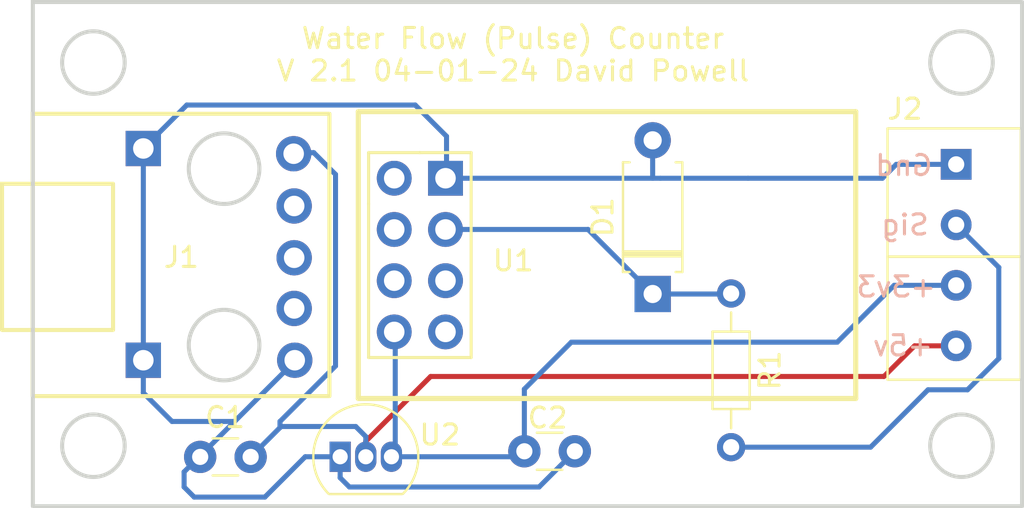
<source format=kicad_pcb>
(kicad_pcb (version 20211014) (generator pcbnew)
  (layers (0 "F.Cu" signal) (31 "B.Cu" signal) (36 "B.SilkS" user "B.Silkscreen") (37 "F.SilkS" user "F.Silkscreen") (38 "B.Mask" user) (39 "F.Mask" user) (44 "Edge.Cuts" user))
  (net 0 "")
  (net 1 "Net-(C1-Pad1)")
  (net 5 "Earth")
  (net 6 "Net-(J2-Pad2)")
  (net 12 "Net-(C2-Pad1)")
  (net 13 "Net-(D1-Pad1)")
  (footprint "Capacitor_THT:C_Disc_D3.0mm_W1.6mm_P2.50mm" (layer "F.Cu") (at 149.3468 122.2758)
    (fp_text reference "C2" (at 1.1484 -1.651) (layer "F.SilkS"))
    (fp_text value "0.1")
    (fp_line (start 0.621 0.92) (end 1.879 0.92) (layer "F.SilkS") (width 0.12))
    (fp_line (start 0.621 -0.92) (end 1.879 -0.92) (layer "F.SilkS") (width 0.12))
    (pad "1" thru_hole circle (at 0 0) (size 1.6 1.6) (drill 0.8) (layers *.Cu *.Mask) (net 12 "Net-(C2-Pad1)"))
    (pad "2" thru_hole circle (at 2.5 0) (size 1.6 1.6) (drill 0.8) (layers *.Cu *.Mask) (net 5 "Earth"))
  )
  (footprint "Resistor_THT:R_Axial_DIN0204_L3.6mm_D1.6mm_P7.62mm_Horizontal" (layer "F.Cu") (at 159.5884 114.4526 -90)
    (fp_text reference "R1" (at 3.81 -1.92 90) (layer "F.SilkS"))
    (fp_text value "1K")
    (fp_line (start 0.94 0) (end 1.89 0) (layer "F.SilkS") (width 0.12))
    (fp_line (start 1.89 0.92) (end 5.73 0.92) (layer "F.SilkS") (width 0.12))
    (fp_line (start 6.68 0) (end 5.73 0) (layer "F.SilkS") (width 0.12))
    (fp_line (start 5.73 0.92) (end 5.73 -0.92) (layer "F.SilkS") (width 0.12))
    (fp_line (start 5.73 -0.92) (end 1.89 -0.92) (layer "F.SilkS") (width 0.12))
    (fp_line (start 1.89 -0.92) (end 1.89 0.92) (layer "F.SilkS") (width 0.12))
    (pad "1" thru_hole circle (at 0 0 270) (size 1.4 1.4) (drill 0.8) (layers *.Cu *.Mask) (net 13 "Net-(D1-Pad1)"))
    (pad "2" thru_hole oval (at 7.62 0 270) (size 1.4 1.4) (drill 0.8) (layers *.Cu *.Mask) (net 6 "Net-(J2-Pad2)"))
  )
  (footprint "Diode_THT:D_A-405_P7.62mm_Horizontal" (layer "F.Cu") (at 155.7022 114.478 90)
    (fp_text reference "D1" (at 3.81 -2.47 90) (layer "F.SilkS"))
    (fp_text value "3v3")
    (fp_line (start 1.09 -1.14) (end 1.09 -1.47) (layer "F.SilkS") (width 0.12))
    (fp_line (start 6.53 1.47) (end 6.53 1.14) (layer "F.SilkS") (width 0.12))
    (fp_line (start 1.09 1.14) (end 1.09 1.47) (layer "F.SilkS") (width 0.12))
    (fp_line (start 1.09 1.47) (end 6.53 1.47) (layer "F.SilkS") (width 0.12))
    (fp_line (start 1.09 -1.47) (end 6.53 -1.47) (layer "F.SilkS") (width 0.12))
    (fp_line (start 2.11 -1.47) (end 2.11 1.47) (layer "F.SilkS") (width 0.12))
    (fp_line (start 1.99 -1.47) (end 1.99 1.47) (layer "F.SilkS") (width 0.12))
    (fp_line (start 6.53 -1.47) (end 6.53 -1.14) (layer "F.SilkS") (width 0.12))
    (fp_line (start 1.87 -1.47) (end 1.87 1.47) (layer "F.SilkS") (width 0.12))
    (pad "1" thru_hole rect (at 0 0 90) (size 1.8 1.8) (drill 0.9) (layers *.Cu *.Mask) (net 13 "Net-(D1-Pad1)"))
    (pad "2" thru_hole oval (at 7.62 0 90) (size 1.8 1.8) (drill 0.9) (layers *.Cu *.Mask) (net 5 "Earth"))
  )
  (footprint "ESP8266:ESP8266-01s" (layer "F.Cu") (at 142.9006 108.7376)
    (fp_text reference "U1" (at 5.8928 4.0894) (layer "F.SilkS"))
    (fp_text value "ESP8266-01s")
    (fp_line (start -1.778 -3.302) (end 22.86 -3.302) (layer "F.SilkS") (width 0.254))
    (fp_line (start 22.86 10.922) (end -1.778 10.922) (layer "F.SilkS") (width 0.254))
    (fp_line (start -1.27 -1.27) (end -1.27 1.27) (layer "F.SilkS") (width 0.1524))
    (fp_line (start -1.27 8.89) (end 3.81 8.89) (layer "F.SilkS") (width 0.1524))
    (fp_line (start -1.778 10.922) (end -1.778 -3.302) (layer "F.SilkS") (width 0.254))
    (fp_line (start 1.27 -1.27) (end -1.27 -1.27) (layer "F.SilkS") (width 0.1524))
    (fp_line (start 3.81 8.89) (end 3.81 -1.27) (layer "F.SilkS") (width 0.1524))
    (fp_line (start 22.86 -3.302) (end 22.86 10.922) (layer "F.SilkS") (width 0.254))
    (fp_line (start 3.81 -1.27) (end 1.27 -1.27) (layer "F.SilkS") (width 0.1524))
    (fp_line (start -1.27 1.27) (end -1.27 8.89) (layer "F.SilkS") (width 0.1524))
    (pad "1" thru_hole rect (at 2.54 0) (size 1.7272 1.7272) (drill 1.016) (layers *.Cu *.Mask) (net 5 "Earth"))
    (pad "2" thru_hole oval (at 0 0) (size 1.7272 1.7272) (drill 1.016) (layers *.Cu *.Mask))
    (pad "3" thru_hole oval (at 2.54 2.54) (size 1.7272 1.7272) (drill 1.016) (layers *.Cu *.Mask) (net 13 "Net-(D1-Pad1)"))
    (pad "4" thru_hole oval (at 0 2.54) (size 1.7272 1.7272) (drill 1.016) (layers *.Cu *.Mask))
    (pad "5" thru_hole oval (at 2.54 5.08) (size 1.7272 1.7272) (drill 1.016) (layers *.Cu *.Mask))
    (pad "6" thru_hole oval (at 0 5.08) (size 1.7272 1.7272) (drill 1.016) (layers *.Cu *.Mask))
    (pad "7" thru_hole oval (at 2.54 7.62) (size 1.7272 1.7272) (drill 1.016) (layers *.Cu *.Mask))
    (pad "8" thru_hole oval (at 0 7.62) (size 1.7272 1.7272) (drill 1.016) (layers *.Cu *.Mask) (net 12 "Net-(C2-Pad1)"))
  )
  (footprint "TerminalBlock:Screw Terminal Block x2 P3mm W685 H660" (layer "F.Cu") (at 170.7374 108.0483 -90)
    (fp_text reference "J2" (at -2.7397 2.5384 unlocked) (layer "F.SilkS"))
    (fp_text value "Screw_Terminal_01x04")
    (fp_rect (start -1.783 -3.2) (end 4.577 3.4) (layer "F.SilkS") (width 0.12) (fill none))
    (fp_rect (start 4.58 -3.2) (end 10.68 3.4) (layer "F.SilkS") (width 0.12) (fill none))
    (pad "1" thru_hole rect (at 0 0 270) (size 1.524 1.524) (drill 0.8) (layers *.Cu *.Mask) (net 5 "Earth"))
    (pad "2" thru_hole circle (at 3 0 270) (size 1.524 1.524) (drill 0.8) (layers *.Cu *.Mask) (net 6 "Net-(J2-Pad2)"))
    (pad "3" thru_hole circle (at 6 0 270) (size 1.524 1.524) (drill 0.8) (layers *.Cu *.Mask) (net 12 "Net-(C2-Pad1)"))
    (pad "4" thru_hole circle (at 9 0 270) (size 1.524 1.524) (drill 0.8) (layers *.Cu *.Mask) (net 1 "Net-(C1-Pad1)"))
  )
  (footprint "Package_TO_SOT_THT:TO-92_Inline" (layer "F.Cu") (at 140.2224 122.5476)
    (fp_text reference "U2" (at 4.9388 -1.0846) (layer "F.SilkS"))
    (fp_text value "MCP1700x-330xxTO")
    (fp_line (start -0.53 1.85) (end 3.07 1.85) (layer "F.SilkS") (width 0.12))
    (fp_arc (start 1.27 -2.6) (mid 3.672087 -0.994977) (end 3.108478 1.838478) (layer "F.SilkS") (width 0.12))
    (fp_arc (start -0.568478 1.838478) (mid -1.132087 -0.994977) (end 1.27 -2.6) (layer "F.SilkS") (width 0.12))
    (pad "1" thru_hole rect (at 0 0) (size 1.05 1.5) (drill 0.75) (layers *.Cu *.Mask) (net 5 "Earth"))
    (pad "2" thru_hole oval (at 1.27 0) (size 1.05 1.5) (drill 0.75) (layers *.Cu *.Mask) (net 1 "Net-(C1-Pad1)"))
    (pad "3" thru_hole oval (at 2.54 0) (size 1.05 1.5) (drill 0.75) (layers *.Cu *.Mask) (net 12 "Net-(C2-Pad1)"))
  )
  (footprint "Capacitor_THT:C_Disc_D3.0mm_W1.6mm_P2.50mm" (layer "F.Cu") (at 135.7886 122.5552 180)
    (fp_text reference "C1" (at 1.27 1.9558 180) (layer "F.SilkS"))
    (fp_text value "0.1")
    (fp_line (start 0.621 0.92) (end 1.879 0.92) (layer "F.SilkS") (width 0.12))
    (fp_line (start 0.621 -0.92) (end 1.879 -0.92) (layer "F.SilkS") (width 0.12))
    (pad "1" thru_hole circle (at 0 0 180) (size 1.6 1.6) (drill 0.8) (layers *.Cu *.Mask) (net 1 "Net-(C1-Pad1)"))
    (pad "2" thru_hole circle (at 2.5 0 180) (size 1.6 1.6) (drill 0.8) (layers *.Cu *.Mask) (net 5 "Earth"))
  )
  (footprint "Connector_USB:HW-769 Mini USB Socket Board" (layer "F.Cu") (at 139.7226 119.5116)
    (fp_text reference "J1" (at -7.366 -6.858 unlocked) (layer "F.SilkS"))
    (fp_text value "USB_B_Micro" hide)
    (fp_rect (start -14.732 -13.97) (end -0.032 0.03) (layer "F.SilkS") (width 0.2) (fill none))
    (fp_rect (start -16.25 -10.5) (end -10.75 -3.25) (layer "F.SilkS") (width 0.2) (fill none))
    (fp_circle (center -5.25 -11.25) (end -3.5 -11.25) (layer "Edge.Cuts") (width 0.2) (fill none))
    (fp_circle (center -5.25 -2.5) (end -3.5 -2.5) (layer "Edge.Cuts") (width 0.2) (fill none))
    (pad "1" thru_hole circle (at -1.8034 -11.9888) (size 1.75 1.75) (drill 1.016) (layers *.Cu *.Mask) (net 1 "Net-(C1-Pad1)"))
    (pad "2" thru_hole circle (at -1.778 -9.398) (size 1.75 1.75) (drill 1.016) (layers *.Cu *.Mask))
    (pad "3" thru_hole circle (at -1.778 -6.83) (size 1.75 1.75) (drill 1.016) (layers *.Cu *.Mask))
    (pad "4" thru_hole circle (at -1.778 -4.318) (size 1.75 1.75) (drill 1.016) (layers *.Cu *.Mask))
    (pad "5" thru_hole circle (at -1.75 -1.75) (size 1.75 1.75) (drill 1.016) (layers *.Cu *.Mask) (net 5 "Earth"))
    (pad "6" thru_hole rect (at -9.25 -1.75) (size 1.75 1.75) (drill 1.016) (layers *.Cu *.Mask) (net 5 "Earth"))
    (pad "7" thru_hole rect (at -9.25 -12.25) (size 1.75 1.75) (drill 1.016) (layers *.Cu *.Mask) (net 5 "Earth"))
  )
  (gr_circle (center 171 103) (end 172.55 103) (layer "Edge.Cuts") (width 0.2) (fill none))
  (gr_rect (start 125 100) (end 174 125) (layer "Edge.Cuts") (width 0.2) (fill none))
  (gr_circle (center 128 122) (end 129.55 122) (layer "Edge.Cuts") (width 0.2) (fill none))
  (gr_circle (center 171 122) (end 172.55 122) (layer "Edge.Cuts") (width 0.2) (fill none))
  (gr_circle (center 128 103) (end 129.55 103) (layer "Edge.Cuts") (width 0.2) (fill none))
  (gr_text "+3v3" (at 167.7672 114.1224) (layer "B.SilkS") (effects (font (size 1 1)) (justify mirror)))
  (gr_text "Gnd" (at 168.1482 108.1026) (layer "B.SilkS") (effects (font (size 1 1)) (justify mirror)))
  (gr_text "Sig" (at 168.199 111.049) (layer "B.SilkS") (effects (font (size 1 1)) (justify mirror)))
  (gr_text "+5v" (at 168.0974 117.0434) (layer "B.SilkS") (effects (font (size 1 1)) (justify mirror)))
  (gr_text "Water Flow (Pulse) Counter\nV 2.1 04-01-24 David Powell" (at 148.7846 102.6112) (layer "F.SilkS") (effects (font (size 1 1))))
  (segment (start 167.1576 118.5674) (end 168.6767 117.0483) (width 0.25) (layer "F.Cu") (net 1))
  (segment (start 144.704 118.5674) (end 167.1576 118.5674) (width 0.25) (layer "F.Cu") (net 1))
  (segment (start 141.4924 122.5476) (end 141.4924 121.779) (width 0.25) (layer "F.Cu") (net 1))
  (segment (start 168.6767 117.0483) (end 170.7374 117.0483) (width 0.25) (layer "F.Cu") (net 1))
  (segment (start 141.4924 121.779) (end 144.704 118.5674) (width 0.25) (layer "F.Cu") (net 1))
  (segment (start 137.2424 120.7976) (end 139.9924 118.0476) (width 0.25) (layer "B.Cu") (net 1))
  (segment (start 139.9924 118.0476) (end 139.9924 108.5476) (width 0.25) (layer "B.Cu") (net 1))
  (segment (start 141.4924 121.5476) (end 141.4924 122.5476) (width 0.25) (layer "B.Cu") (net 1))
  (segment (start 137.2424 121.0476) (end 137.2424 120.7976) (width 0.25) (layer "B.Cu") (net 1))
  (segment (start 137.2424 121.0476) (end 140.9924 121.0476) (width 0.25) (layer "B.Cu") (net 1))
  (segment (start 137.2424 121.1014) (end 135.7886 122.5552) (width 0.25) (layer "B.Cu") (net 1))
  (segment (start 137.2424 120.7976) (end 137.2424 121.1014) (width 0.25) (layer "B.Cu") (net 1))
  (segment (start 139.9924 108.5476) (end 138.9136 107.4688) (width 0.25) (layer "B.Cu") (net 1))
  (segment (start 138.9136 107.4688) (end 137.739 107.4688) (width 0.25) (layer "B.Cu") (net 1))
  (segment (start 140.9924 121.0476) (end 141.4924 121.5476) (width 0.25) (layer "B.Cu") (net 1))
  (segment (start 130.4726 119.3772) (end 130.4726 117.7616) (width 0.25) (layer "B.Cu") (net 5))
  (segment (start 134.9924 120.7976) (end 137.7924 117.9976) (width 0.25) (layer "B.Cu") (net 5))
  (segment (start 132.4924 123.2976) (end 134.9924 120.7976) (width 0.25) (layer "B.Cu") (net 5))
  (segment (start 145.4914 106.6592) (end 145.4914 108.7376) (width 0.25) (layer "B.Cu") (net 5))
  (segment (start 145.4914 108.7376) (end 155.7022 108.7376) (width 0.25) (layer "B.Cu") (net 5))
  (segment (start 130.4726 107.2616) (end 132.6256 105.1086) (width 0.25) (layer "B.Cu") (net 5))
  (segment (start 136.4924 124.5476) (end 132.9924 124.5476) (width 0.25) (layer "B.Cu") (net 5))
  (segment (start 132.6256 105.1086) (end 143.9408 105.1086) (width 0.25) (layer "B.Cu") (net 5))
  (segment (start 132.9924 124.5476) (end 132.4924 124.0476) (width 0.25) (layer "B.Cu") (net 5))
  (segment (start 140.2224 122.5476) (end 140.2224 123.5892) (width 0.25) (layer "B.Cu") (net 5))
  (segment (start 134.9924 120.7976) (end 131.893 120.7976) (width 0.25) (layer "B.Cu") (net 5))
  (segment (start 167.7707 108.0483) (end 170.7374 108.0483) (width 0.25) (layer "B.Cu") (net 5))
  (segment (start 160.4266 108.7376) (end 167.0814 108.7376) (width 0.25) (layer "B.Cu") (net 5))
  (segment (start 131.893 120.7976) (end 130.4726 119.3772) (width 0.25) (layer "B.Cu") (net 5))
  (segment (start 140.2224 122.5476) (end 138.4924 122.5476) (width 0.25) (layer "B.Cu") (net 5))
  (segment (start 138.4924 122.5476) (end 136.4924 124.5476) (width 0.25) (layer "B.Cu") (net 5))
  (segment (start 155.7022 108.7376) (end 156.0832 108.7376) (width 0.25) (layer "B.Cu") (net 5))
  (segment (start 143.9408 105.1086) (end 145.4914 106.6592) (width 0.25) (layer "B.Cu") (net 5))
  (segment (start 150.075 124.0476) (end 151.8468 122.2758) (width 0.25) (layer "B.Cu") (net 5))
  (segment (start 137.7924 117.9976) (end 137.7924 117.7076) (width 0.25) (layer "B.Cu") (net 5))
  (segment (start 130.4726 107.2616) (end 130.4726 117.7616) (width 0.25) (layer "B.Cu") (net 5))
  (segment (start 167.0814 108.7376) (end 167.7707 108.0483) (width 0.25) (layer "B.Cu") (net 5))
  (segment (start 156.0832 108.7376) (end 160.4266 108.7376) (width 0.25) (layer "B.Cu") (net 5))
  (segment (start 140.6808 124.0476) (end 150.075 124.0476) (width 0.25) (layer "B.Cu") (net 5))
  (segment (start 155.7022 106.858) (end 155.7022 108.7376) (width 0.25) (layer "B.Cu") (net 5))
  (segment (start 140.2224 123.5892) (end 140.6808 124.0476) (width 0.25) (layer "B.Cu") (net 5))
  (segment (start 132.4924 124.0476) (end 132.4924 123.2976) (width 0.25) (layer "B.Cu") (net 5))
  (segment (start 171.2978 119.2278) (end 172.8472 117.6784) (width 0.25) (layer "B.Cu") (net 6))
  (segment (start 159.5884 122.0726) (end 166.4972 122.0726) (width 0.25) (layer "B.Cu") (net 6))
  (segment (start 166.4972 122.0726) (end 169.342 119.2278) (width 0.25) (layer "B.Cu") (net 6))
  (segment (start 170.5081 111.2776) (end 170.7374 111.0483) (width 0.25) (layer "B.Cu") (net 6))
  (segment (start 172.8463 113.1572) (end 170.7374 111.0483) (width 0.25) (layer "B.Cu") (net 6))
  (segment (start 172.8472 113.1572) (end 172.8463 113.1572) (width 0.25) (layer "B.Cu") (net 6))
  (segment (start 172.8472 113.1572) (end 172.8472 117.6784) (width 0.25) (layer "B.Cu") (net 6))
  (segment (start 169.342 119.2278) (end 171.2978 119.2278) (width 0.25) (layer "B.Cu") (net 6))
  (segment (start 142.7624 122.5476) (end 149.075 122.5476) (width 0.25) (layer "B.Cu") (net 12))
  (segment (start 151.6744 116.8656) (end 164.8462 116.8656) (width 0.25) (layer "B.Cu") (net 12))
  (segment (start 142.9514 122.3586) (end 142.7624 122.5476) (width 0.25) (layer "B.Cu") (net 12))
  (segment (start 167.6635 114.0483) (end 170.7374 114.0483) (width 0.25) (layer "B.Cu") (net 12))
  (segment (start 142.9514 116.3576) (end 142.9514 122.3586) (width 0.25) (layer "B.Cu") (net 12))
  (segment (start 149.3468 122.2758) (end 149.3468 119.1932) (width 0.25) (layer "B.Cu") (net 12))
  (segment (start 149.075 122.5476) (end 149.3468 122.2758) (width 0.25) (layer "B.Cu") (net 12))
  (segment (start 149.3468 119.1932) (end 151.6744 116.8656) (width 0.25) (layer "B.Cu") (net 12))
  (segment (start 164.8462 116.8656) (end 167.6635 114.0483) (width 0.25) (layer "B.Cu") (net 12))
  (segment (start 155.7022 114.478) (end 159.563 114.478) (width 0.25) (layer "B.Cu") (net 13))
  (segment (start 152.5018 111.2776) (end 155.7022 114.478) (width 0.25) (layer "B.Cu") (net 13))
  (segment (start 159.563 114.478) (end 159.5884 114.4526) (width 0.25) (layer "B.Cu") (net 13))
  (segment (start 145.4406 111.2776) (end 152.5018 111.2776) (width 0.25) (layer "B.Cu") (net 13))
)
</source>
